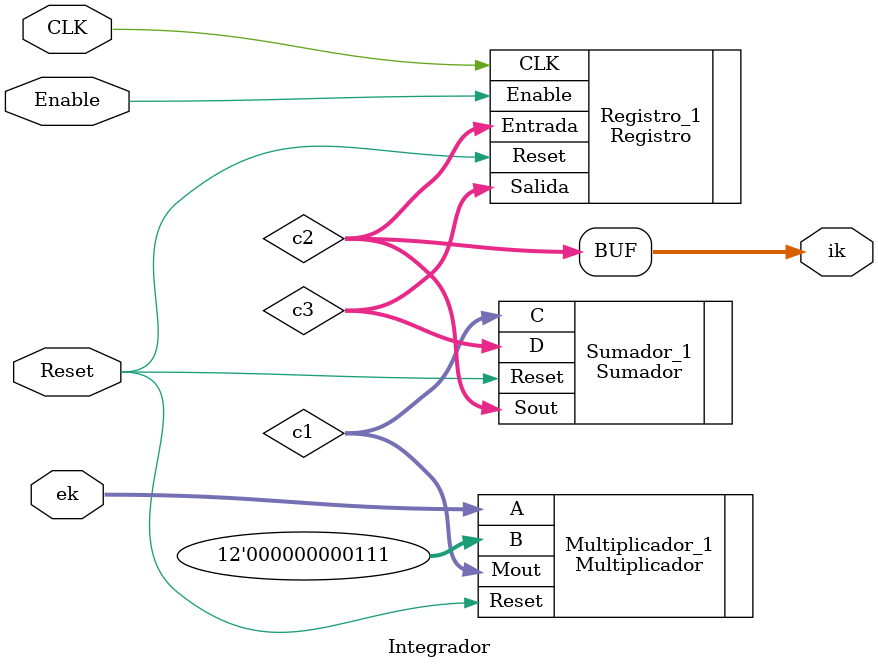
<source format=v>
`timescale 1ns / 1ps
module Integrador #(parameter W = 12)(
    input Reset, CLK, Enable,
    input wire [W-1:0] ek,
    output wire [W-1:0] ik
    );

	wire [W-1:0] c1, c2, c3;

	Multiplicador Multiplicador_1 (
    .Reset(Reset), 
    .A(ek), 
    .B(12'd7), 
    .Mout(c1)
    );
	 
	Sumador Sumador_1 (
    .Reset(Reset), 
    .C(c1), 
    .D(c3), 
    .Sout(c2)
    );
	 
	Registro Registro_1 (
    .Reset(Reset), 
    .CLK(CLK), 
    .Enable(Enable), 
    .Entrada(c2), 
    .Salida(c3)
    );
	 
	assign ik = c2;

endmodule

</source>
